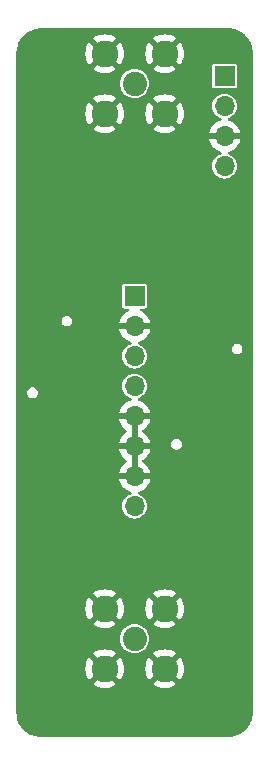
<source format=gbr>
%TF.GenerationSoftware,KiCad,Pcbnew,7.0.5*%
%TF.CreationDate,2023-06-30T17:27:13-05:00*%
%TF.ProjectId,Single.Channel.Amp,53696e67-6c65-42e4-9368-616e6e656c2e,rev?*%
%TF.SameCoordinates,Original*%
%TF.FileFunction,Copper,L2,Inr*%
%TF.FilePolarity,Positive*%
%FSLAX46Y46*%
G04 Gerber Fmt 4.6, Leading zero omitted, Abs format (unit mm)*
G04 Created by KiCad (PCBNEW 7.0.5) date 2023-06-30 17:27:13*
%MOMM*%
%LPD*%
G01*
G04 APERTURE LIST*
%TA.AperFunction,ComponentPad*%
%ADD10R,1.700000X1.700000*%
%TD*%
%TA.AperFunction,ComponentPad*%
%ADD11O,1.700000X1.700000*%
%TD*%
%TA.AperFunction,ComponentPad*%
%ADD12C,2.050000*%
%TD*%
%TA.AperFunction,ComponentPad*%
%ADD13C,2.250000*%
%TD*%
G04 APERTURE END LIST*
D10*
%TO.N,Net-(D1-A)*%
%TO.C,J3*%
X72620000Y-19370000D03*
D11*
%TO.N,GND*%
X72620000Y-21910000D03*
%TO.N,GND1*%
X72620000Y-24450000D03*
%TO.N,Net-(D2-K)*%
X72620000Y-26990000D03*
%TD*%
D12*
%TO.N,Net-(J2-Input)*%
%TO.C,J4*%
X65000000Y-67000000D03*
D13*
%TO.N,GND1*%
X62460000Y-64460000D03*
X62460000Y-69540000D03*
X67540000Y-64460000D03*
X67540000Y-69540000D03*
%TD*%
D12*
%TO.N,Net-(J2-Output)*%
%TO.C,J5*%
X65000000Y-20000000D03*
D13*
%TO.N,GND1*%
X62460000Y-17460000D03*
X62460000Y-22540000D03*
X67540000Y-17460000D03*
X67540000Y-22540000D03*
%TD*%
D10*
%TO.N,Net-(J2-Output)*%
%TO.C,J2*%
X65000000Y-38000000D03*
D11*
%TO.N,GND1*%
X65000000Y-40540000D03*
%TO.N,Net-(J2-Pin_3)*%
X65000000Y-43080000D03*
%TO.N,Net-(J2-Pin_4)*%
X65000000Y-45620000D03*
%TO.N,GND1*%
X65000000Y-48160000D03*
X65000000Y-50700000D03*
X65000000Y-53240000D03*
%TO.N,Net-(J2-Input)*%
X65000000Y-55780000D03*
%TD*%
%TA.AperFunction,Conductor*%
%TO.N,GND1*%
G36*
X65250000Y-52804498D02*
G01*
X65142315Y-52755320D01*
X65035763Y-52740000D01*
X64964237Y-52740000D01*
X64857685Y-52755320D01*
X64749999Y-52804498D01*
X64749999Y-51135501D01*
X64857685Y-51184680D01*
X64964237Y-51200000D01*
X65035763Y-51200000D01*
X65142315Y-51184680D01*
X65250000Y-51135501D01*
X65250000Y-52804498D01*
G37*
%TD.AperFunction*%
%TA.AperFunction,Conductor*%
G36*
X65250000Y-50264498D02*
G01*
X65142315Y-50215320D01*
X65035763Y-50200000D01*
X64964237Y-50200000D01*
X64857685Y-50215320D01*
X64749999Y-50264498D01*
X64749999Y-48595501D01*
X64857685Y-48644680D01*
X64964237Y-48660000D01*
X65035763Y-48660000D01*
X65142315Y-48644680D01*
X65250000Y-48595501D01*
X65250000Y-50264498D01*
G37*
%TD.AperFunction*%
%TA.AperFunction,Conductor*%
G36*
X73002019Y-15310633D02*
G01*
X73040149Y-15313131D01*
X73083793Y-15315992D01*
X73265459Y-15328985D01*
X73273102Y-15330015D01*
X73367572Y-15348806D01*
X73372190Y-15349912D01*
X73543719Y-15398061D01*
X73697413Y-15441204D01*
X73702315Y-15442802D01*
X73791762Y-15476164D01*
X73797481Y-15478634D01*
X73862544Y-15510719D01*
X73868651Y-15514176D01*
X74033108Y-15620000D01*
X74054728Y-15633912D01*
X74272782Y-15774225D01*
X74287440Y-15785274D01*
X74307332Y-15802718D01*
X74359510Y-15848476D01*
X74362463Y-15851243D01*
X74458770Y-15947550D01*
X74461531Y-15950498D01*
X74475243Y-15966135D01*
X74477144Y-15968410D01*
X74638444Y-16171187D01*
X74641459Y-16175318D01*
X74655410Y-16196197D01*
X74704958Y-16270351D01*
X74707824Y-16275085D01*
X74773806Y-16395921D01*
X74774996Y-16398213D01*
X74831352Y-16512492D01*
X74833839Y-16518251D01*
X74882881Y-16649737D01*
X74883500Y-16651475D01*
X74923597Y-16769597D01*
X74925472Y-16776353D01*
X74956848Y-16920589D01*
X74979980Y-17036880D01*
X74981015Y-17044560D01*
X74994021Y-17226413D01*
X74999367Y-17307966D01*
X74999500Y-17312023D01*
X74999500Y-73307976D01*
X74999367Y-73312033D01*
X74994022Y-73393558D01*
X74986015Y-73505514D01*
X74985608Y-73509442D01*
X74966386Y-73650854D01*
X74965760Y-73654599D01*
X74956842Y-73699440D01*
X74925471Y-73843647D01*
X74923596Y-73850403D01*
X74883496Y-73968531D01*
X74882879Y-73970265D01*
X74872626Y-73997758D01*
X74871277Y-74001080D01*
X74771176Y-74228425D01*
X74768848Y-74233157D01*
X74707824Y-74344914D01*
X74704958Y-74349648D01*
X74633467Y-74456641D01*
X74631549Y-74459351D01*
X74549744Y-74568631D01*
X74546723Y-74572357D01*
X74461529Y-74669502D01*
X74458755Y-74672464D01*
X74362464Y-74768755D01*
X74359502Y-74771529D01*
X74262357Y-74856723D01*
X74258631Y-74859744D01*
X74149351Y-74941549D01*
X74146641Y-74943467D01*
X74039649Y-75014957D01*
X74034914Y-75017823D01*
X73914075Y-75083806D01*
X73911790Y-75084993D01*
X73904596Y-75088541D01*
X73902019Y-75089740D01*
X73702563Y-75177002D01*
X73699377Y-75178292D01*
X73660275Y-75192876D01*
X73658538Y-75193494D01*
X73540402Y-75233596D01*
X73533647Y-75235471D01*
X73462130Y-75251029D01*
X73455117Y-75252554D01*
X73451369Y-75253250D01*
X73156664Y-75298589D01*
X73151657Y-75299152D01*
X73083568Y-75304022D01*
X73077972Y-75304389D01*
X73070672Y-75304867D01*
X73066636Y-75305000D01*
X56947817Y-75305000D01*
X56942201Y-75304745D01*
X56685599Y-75281417D01*
X56679129Y-75280482D01*
X56638251Y-75272351D01*
X56610617Y-75266854D01*
X56466352Y-75235471D01*
X56459597Y-75233596D01*
X56341465Y-75193496D01*
X56339728Y-75192877D01*
X56210480Y-75144670D01*
X56205300Y-75142466D01*
X56184183Y-75132323D01*
X56088201Y-75084990D01*
X56085909Y-75083800D01*
X56035990Y-75056542D01*
X55965081Y-75017823D01*
X55960357Y-75014962D01*
X55853348Y-74943461D01*
X55850639Y-74941543D01*
X55810592Y-74911564D01*
X55741353Y-74859732D01*
X55737648Y-74856729D01*
X55640680Y-74771690D01*
X55636671Y-74767843D01*
X55487338Y-74611116D01*
X55485610Y-74609226D01*
X55453281Y-74572362D01*
X55450260Y-74568637D01*
X55368449Y-74459351D01*
X55366531Y-74456640D01*
X55295037Y-74349641D01*
X55292170Y-74344907D01*
X55226173Y-74224042D01*
X55225024Y-74221830D01*
X55168635Y-74107483D01*
X55166160Y-74101750D01*
X55117093Y-73970198D01*
X55116540Y-73968646D01*
X55076394Y-73850378D01*
X55074529Y-73843659D01*
X55067509Y-73811387D01*
X55067137Y-73809545D01*
X55016592Y-73536600D01*
X55015715Y-73529742D01*
X55005991Y-73393778D01*
X55000632Y-73312019D01*
X55000499Y-73307993D01*
X55000499Y-69540000D01*
X60829975Y-69540000D01*
X60850042Y-69794989D01*
X60909752Y-70043702D01*
X61007634Y-70280012D01*
X61007636Y-70280015D01*
X61141275Y-70498095D01*
X61141286Y-70498110D01*
X61144533Y-70501911D01*
X61144535Y-70501911D01*
X61708766Y-69937679D01*
X61752316Y-70019822D01*
X61872009Y-70160735D01*
X62019195Y-70272623D01*
X62061402Y-70292150D01*
X61498087Y-70855464D01*
X61498087Y-70855465D01*
X61501888Y-70858712D01*
X61501898Y-70858719D01*
X61719984Y-70992363D01*
X61719987Y-70992365D01*
X61956297Y-71090247D01*
X62205011Y-71149957D01*
X62205010Y-71149957D01*
X62460000Y-71170024D01*
X62714989Y-71149957D01*
X62963702Y-71090247D01*
X63200012Y-70992365D01*
X63200015Y-70992363D01*
X63418103Y-70858719D01*
X63421912Y-70855464D01*
X62858609Y-70292161D01*
X62977431Y-70220669D01*
X63111658Y-70093523D01*
X63214861Y-69941309D01*
X63775464Y-70501912D01*
X63778719Y-70498103D01*
X63912363Y-70280015D01*
X63912365Y-70280012D01*
X64010247Y-70043702D01*
X64069957Y-69794989D01*
X64090024Y-69540000D01*
X65909975Y-69540000D01*
X65930042Y-69794989D01*
X65989752Y-70043702D01*
X66087634Y-70280012D01*
X66087636Y-70280015D01*
X66221275Y-70498095D01*
X66221286Y-70498110D01*
X66224533Y-70501911D01*
X66224535Y-70501911D01*
X66788766Y-69937679D01*
X66832316Y-70019822D01*
X66952009Y-70160735D01*
X67099195Y-70272623D01*
X67141402Y-70292150D01*
X66578087Y-70855464D01*
X66578087Y-70855465D01*
X66581888Y-70858712D01*
X66581898Y-70858719D01*
X66799984Y-70992363D01*
X66799987Y-70992365D01*
X67036297Y-71090247D01*
X67285011Y-71149957D01*
X67285010Y-71149957D01*
X67540000Y-71170024D01*
X67794989Y-71149957D01*
X68043702Y-71090247D01*
X68280012Y-70992365D01*
X68280015Y-70992363D01*
X68498103Y-70858719D01*
X68501912Y-70855464D01*
X67938609Y-70292161D01*
X68057431Y-70220669D01*
X68191658Y-70093523D01*
X68294861Y-69941309D01*
X68855464Y-70501912D01*
X68858719Y-70498103D01*
X68992363Y-70280015D01*
X68992365Y-70280012D01*
X69090247Y-70043702D01*
X69149957Y-69794989D01*
X69170024Y-69540000D01*
X69149957Y-69285010D01*
X69090247Y-69036297D01*
X68992365Y-68799987D01*
X68992363Y-68799984D01*
X68858719Y-68581898D01*
X68858712Y-68581888D01*
X68855465Y-68578087D01*
X68855464Y-68578087D01*
X68291232Y-69142319D01*
X68247684Y-69060178D01*
X68127991Y-68919265D01*
X67980805Y-68807377D01*
X67938597Y-68787849D01*
X68501911Y-68224535D01*
X68501911Y-68224533D01*
X68498110Y-68221286D01*
X68498095Y-68221275D01*
X68280015Y-68087636D01*
X68280012Y-68087634D01*
X68043702Y-67989752D01*
X67794988Y-67930042D01*
X67794989Y-67930042D01*
X67540000Y-67909975D01*
X67285010Y-67930042D01*
X67036297Y-67989752D01*
X66799987Y-68087634D01*
X66799984Y-68087636D01*
X66581897Y-68221280D01*
X66578087Y-68224534D01*
X67141390Y-68787837D01*
X67022569Y-68859331D01*
X66888342Y-68986477D01*
X66785138Y-69138691D01*
X66224534Y-68578087D01*
X66221280Y-68581897D01*
X66087636Y-68799984D01*
X66087634Y-68799987D01*
X65989752Y-69036297D01*
X65930042Y-69285010D01*
X65909975Y-69540000D01*
X64090024Y-69540000D01*
X64069957Y-69285010D01*
X64010247Y-69036297D01*
X63912365Y-68799987D01*
X63912363Y-68799984D01*
X63778719Y-68581898D01*
X63778712Y-68581888D01*
X63775465Y-68578087D01*
X63775464Y-68578087D01*
X63211232Y-69142319D01*
X63167684Y-69060178D01*
X63047991Y-68919265D01*
X62900805Y-68807377D01*
X62858596Y-68787849D01*
X63421911Y-68224535D01*
X63421911Y-68224533D01*
X63418110Y-68221286D01*
X63418095Y-68221275D01*
X63200015Y-68087636D01*
X63200012Y-68087634D01*
X62963702Y-67989752D01*
X62714988Y-67930042D01*
X62714989Y-67930042D01*
X62460000Y-67909975D01*
X62205010Y-67930042D01*
X61956297Y-67989752D01*
X61719987Y-68087634D01*
X61719984Y-68087636D01*
X61501897Y-68221280D01*
X61498087Y-68224534D01*
X62061390Y-68787838D01*
X61942569Y-68859331D01*
X61808342Y-68986477D01*
X61705138Y-69138691D01*
X61144533Y-68578087D01*
X61141280Y-68581897D01*
X61007636Y-68799984D01*
X61007634Y-68799987D01*
X60909752Y-69036297D01*
X60850042Y-69285010D01*
X60829975Y-69540000D01*
X55000499Y-69540000D01*
X55000499Y-67000001D01*
X63769819Y-67000001D01*
X63788507Y-67213613D01*
X63788509Y-67213624D01*
X63844005Y-67420739D01*
X63844007Y-67420743D01*
X63844008Y-67420747D01*
X63889320Y-67517918D01*
X63934631Y-67615090D01*
X63934632Y-67615091D01*
X64057627Y-67790745D01*
X64209255Y-67942373D01*
X64384909Y-68065368D01*
X64579253Y-68155992D01*
X64786381Y-68211492D01*
X64935442Y-68224533D01*
X64999998Y-68230181D01*
X65000000Y-68230181D01*
X65000002Y-68230181D01*
X65053404Y-68225508D01*
X65213619Y-68211492D01*
X65420747Y-68155992D01*
X65615091Y-68065368D01*
X65790745Y-67942373D01*
X65942373Y-67790745D01*
X66065368Y-67615091D01*
X66155992Y-67420747D01*
X66211492Y-67213619D01*
X66230181Y-67000000D01*
X66211492Y-66786381D01*
X66155992Y-66579253D01*
X66065368Y-66384910D01*
X65942373Y-66209255D01*
X65790745Y-66057627D01*
X65615091Y-65934632D01*
X65615092Y-65934632D01*
X65615090Y-65934631D01*
X65517918Y-65889320D01*
X65420747Y-65844008D01*
X65420743Y-65844007D01*
X65420739Y-65844005D01*
X65213624Y-65788509D01*
X65213620Y-65788508D01*
X65213619Y-65788508D01*
X65213618Y-65788507D01*
X65213613Y-65788507D01*
X65000002Y-65769819D01*
X64999998Y-65769819D01*
X64786386Y-65788507D01*
X64786375Y-65788509D01*
X64579260Y-65844005D01*
X64579251Y-65844009D01*
X64384910Y-65934631D01*
X64384908Y-65934632D01*
X64209259Y-66057623D01*
X64209253Y-66057628D01*
X64057628Y-66209253D01*
X64057623Y-66209259D01*
X63934632Y-66384908D01*
X63934631Y-66384910D01*
X63844009Y-66579251D01*
X63844005Y-66579260D01*
X63788509Y-66786375D01*
X63788507Y-66786386D01*
X63769819Y-66999998D01*
X63769819Y-67000001D01*
X55000499Y-67000001D01*
X55000499Y-64460000D01*
X60829975Y-64460000D01*
X60850042Y-64714989D01*
X60909752Y-64963702D01*
X61007634Y-65200012D01*
X61007636Y-65200015D01*
X61141275Y-65418095D01*
X61141286Y-65418110D01*
X61144533Y-65421911D01*
X61144535Y-65421911D01*
X61708766Y-64857679D01*
X61752316Y-64939822D01*
X61872009Y-65080735D01*
X62019195Y-65192623D01*
X62061402Y-65212150D01*
X61498087Y-65775464D01*
X61498087Y-65775465D01*
X61501888Y-65778712D01*
X61501898Y-65778719D01*
X61719984Y-65912363D01*
X61719987Y-65912365D01*
X61956297Y-66010247D01*
X62205011Y-66069957D01*
X62205010Y-66069957D01*
X62459999Y-66090024D01*
X62714989Y-66069957D01*
X62963702Y-66010247D01*
X63200012Y-65912365D01*
X63200015Y-65912363D01*
X63418103Y-65778719D01*
X63421912Y-65775464D01*
X62858609Y-65212161D01*
X62977431Y-65140669D01*
X63111658Y-65013523D01*
X63214861Y-64861309D01*
X63775464Y-65421912D01*
X63778719Y-65418103D01*
X63912363Y-65200015D01*
X63912365Y-65200012D01*
X64010247Y-64963702D01*
X64069957Y-64714989D01*
X64090024Y-64460000D01*
X65909975Y-64460000D01*
X65930042Y-64714989D01*
X65989752Y-64963702D01*
X66087634Y-65200012D01*
X66087636Y-65200015D01*
X66221275Y-65418095D01*
X66221286Y-65418110D01*
X66224533Y-65421911D01*
X66224535Y-65421911D01*
X66788766Y-64857679D01*
X66832316Y-64939822D01*
X66952009Y-65080735D01*
X67099195Y-65192623D01*
X67141402Y-65212150D01*
X66578087Y-65775464D01*
X66578087Y-65775465D01*
X66581888Y-65778712D01*
X66581898Y-65778719D01*
X66799984Y-65912363D01*
X66799987Y-65912365D01*
X67036297Y-66010247D01*
X67285011Y-66069957D01*
X67285010Y-66069957D01*
X67539999Y-66090024D01*
X67794989Y-66069957D01*
X68043702Y-66010247D01*
X68280012Y-65912365D01*
X68280015Y-65912363D01*
X68498103Y-65778719D01*
X68501912Y-65775464D01*
X67938609Y-65212161D01*
X68057431Y-65140669D01*
X68191658Y-65013523D01*
X68294861Y-64861308D01*
X68855464Y-65421912D01*
X68858719Y-65418103D01*
X68992363Y-65200015D01*
X68992365Y-65200012D01*
X69090247Y-64963702D01*
X69149957Y-64714989D01*
X69170024Y-64460000D01*
X69149957Y-64205010D01*
X69090247Y-63956297D01*
X68992365Y-63719987D01*
X68992363Y-63719984D01*
X68858719Y-63501898D01*
X68858712Y-63501888D01*
X68855465Y-63498087D01*
X68855464Y-63498087D01*
X68291232Y-64062319D01*
X68247684Y-63980178D01*
X68127991Y-63839265D01*
X67980805Y-63727377D01*
X67938597Y-63707849D01*
X68501911Y-63144535D01*
X68501911Y-63144533D01*
X68498110Y-63141286D01*
X68498095Y-63141275D01*
X68280015Y-63007636D01*
X68280012Y-63007634D01*
X68043702Y-62909752D01*
X67794988Y-62850042D01*
X67794989Y-62850042D01*
X67539999Y-62829975D01*
X67285010Y-62850042D01*
X67036297Y-62909752D01*
X66799987Y-63007634D01*
X66799984Y-63007636D01*
X66581897Y-63141280D01*
X66578087Y-63144534D01*
X67141390Y-63707837D01*
X67022569Y-63779331D01*
X66888342Y-63906477D01*
X66785139Y-64058690D01*
X66224534Y-63498087D01*
X66221280Y-63501897D01*
X66087636Y-63719984D01*
X66087634Y-63719987D01*
X65989752Y-63956297D01*
X65930042Y-64205010D01*
X65909975Y-64460000D01*
X64090024Y-64460000D01*
X64069957Y-64205010D01*
X64010247Y-63956297D01*
X63912365Y-63719987D01*
X63912363Y-63719984D01*
X63778719Y-63501898D01*
X63778712Y-63501888D01*
X63775465Y-63498087D01*
X63775464Y-63498087D01*
X63211232Y-64062318D01*
X63167684Y-63980178D01*
X63047991Y-63839265D01*
X62900805Y-63727377D01*
X62858597Y-63707849D01*
X63421911Y-63144535D01*
X63421911Y-63144533D01*
X63418110Y-63141286D01*
X63418095Y-63141275D01*
X63200015Y-63007636D01*
X63200012Y-63007634D01*
X62963702Y-62909752D01*
X62714988Y-62850042D01*
X62714989Y-62850042D01*
X62459999Y-62829975D01*
X62205010Y-62850042D01*
X61956297Y-62909752D01*
X61719987Y-63007634D01*
X61719984Y-63007636D01*
X61501897Y-63141280D01*
X61498087Y-63144534D01*
X62061390Y-63707837D01*
X61942569Y-63779331D01*
X61808342Y-63906477D01*
X61705138Y-64058691D01*
X61144534Y-63498087D01*
X61141280Y-63501897D01*
X61007636Y-63719984D01*
X61007634Y-63719987D01*
X60909752Y-63956297D01*
X60850042Y-64205010D01*
X60829975Y-64460000D01*
X55000499Y-64460000D01*
X55000499Y-53490000D01*
X63669364Y-53490000D01*
X63726567Y-53703486D01*
X63726570Y-53703492D01*
X63826399Y-53917578D01*
X63961894Y-54111082D01*
X64128917Y-54278105D01*
X64322421Y-54413600D01*
X64536507Y-54513429D01*
X64536516Y-54513433D01*
X64658649Y-54546158D01*
X64718310Y-54582523D01*
X64748839Y-54645369D01*
X64740545Y-54714745D01*
X64696059Y-54768623D01*
X64662552Y-54784593D01*
X64596046Y-54804767D01*
X64465358Y-54874622D01*
X64413550Y-54902315D01*
X64413548Y-54902316D01*
X64413547Y-54902317D01*
X64253589Y-55033589D01*
X64122317Y-55193547D01*
X64024769Y-55376043D01*
X63964699Y-55574067D01*
X63944417Y-55779999D01*
X63964699Y-55985932D01*
X63964700Y-55985934D01*
X64024768Y-56183954D01*
X64122315Y-56366450D01*
X64122317Y-56366452D01*
X64253589Y-56526410D01*
X64350209Y-56605702D01*
X64413550Y-56657685D01*
X64596046Y-56755232D01*
X64794066Y-56815300D01*
X64794065Y-56815300D01*
X64812529Y-56817118D01*
X65000000Y-56835583D01*
X65205934Y-56815300D01*
X65403954Y-56755232D01*
X65586450Y-56657685D01*
X65746410Y-56526410D01*
X65877685Y-56366450D01*
X65975232Y-56183954D01*
X66035300Y-55985934D01*
X66055583Y-55780000D01*
X66035300Y-55574066D01*
X65975232Y-55376046D01*
X65877685Y-55193550D01*
X65825702Y-55130209D01*
X65746410Y-55033589D01*
X65586452Y-54902317D01*
X65586453Y-54902317D01*
X65586450Y-54902315D01*
X65403954Y-54804768D01*
X65337447Y-54784593D01*
X65279009Y-54746296D01*
X65250553Y-54682484D01*
X65261113Y-54613417D01*
X65307337Y-54561023D01*
X65341350Y-54546158D01*
X65463483Y-54513433D01*
X65463492Y-54513429D01*
X65677578Y-54413600D01*
X65871082Y-54278105D01*
X66038105Y-54111082D01*
X66173600Y-53917578D01*
X66273429Y-53703492D01*
X66273432Y-53703486D01*
X66330636Y-53490000D01*
X65433686Y-53490000D01*
X65459493Y-53449844D01*
X65500000Y-53311889D01*
X65500000Y-53168111D01*
X65459493Y-53030156D01*
X65433686Y-52990000D01*
X66330636Y-52990000D01*
X66330635Y-52989999D01*
X66273432Y-52776513D01*
X66273429Y-52776507D01*
X66173600Y-52562422D01*
X66173599Y-52562420D01*
X66038113Y-52368926D01*
X66038108Y-52368920D01*
X65871082Y-52201894D01*
X65684968Y-52071575D01*
X65641344Y-52016998D01*
X65634151Y-51947499D01*
X65665673Y-51885145D01*
X65684968Y-51868425D01*
X65871082Y-51738105D01*
X66038105Y-51571082D01*
X66173600Y-51377578D01*
X66273429Y-51163492D01*
X66273432Y-51163486D01*
X66330636Y-50950000D01*
X65433686Y-50950000D01*
X65459493Y-50909844D01*
X65500000Y-50771889D01*
X65500000Y-50628111D01*
X65475597Y-50545000D01*
X68099867Y-50545000D01*
X68118302Y-50673225D01*
X68163361Y-50771889D01*
X68172118Y-50791063D01*
X68256951Y-50888967D01*
X68365931Y-50959004D01*
X68490225Y-50995499D01*
X68490227Y-50995500D01*
X68490228Y-50995500D01*
X68619773Y-50995500D01*
X68619773Y-50995499D01*
X68744069Y-50959004D01*
X68853049Y-50888967D01*
X68937882Y-50791063D01*
X68991697Y-50673226D01*
X69010133Y-50545000D01*
X68991697Y-50416774D01*
X68937882Y-50298937D01*
X68853049Y-50201033D01*
X68744069Y-50130996D01*
X68744065Y-50130994D01*
X68744064Y-50130994D01*
X68619774Y-50094500D01*
X68619772Y-50094500D01*
X68490228Y-50094500D01*
X68490226Y-50094500D01*
X68365935Y-50130994D01*
X68365932Y-50130995D01*
X68365931Y-50130996D01*
X68314677Y-50163934D01*
X68256950Y-50201033D01*
X68172118Y-50298937D01*
X68172117Y-50298938D01*
X68118302Y-50416774D01*
X68099867Y-50545000D01*
X65475597Y-50545000D01*
X65459493Y-50490156D01*
X65433686Y-50450000D01*
X66330636Y-50450000D01*
X66330635Y-50449999D01*
X66273432Y-50236513D01*
X66273429Y-50236507D01*
X66173600Y-50022422D01*
X66173599Y-50022420D01*
X66038113Y-49828926D01*
X66038108Y-49828920D01*
X65871082Y-49661894D01*
X65684968Y-49531575D01*
X65641344Y-49476998D01*
X65634151Y-49407499D01*
X65665673Y-49345145D01*
X65684968Y-49328425D01*
X65871082Y-49198105D01*
X66038105Y-49031082D01*
X66173600Y-48837578D01*
X66273429Y-48623492D01*
X66273432Y-48623486D01*
X66330636Y-48410000D01*
X65433686Y-48410000D01*
X65459493Y-48369844D01*
X65500000Y-48231889D01*
X65500000Y-48088111D01*
X65459493Y-47950156D01*
X65433686Y-47910000D01*
X66330636Y-47910000D01*
X66330635Y-47909999D01*
X66273432Y-47696513D01*
X66273429Y-47696507D01*
X66173600Y-47482422D01*
X66173599Y-47482420D01*
X66038113Y-47288926D01*
X66038108Y-47288920D01*
X65871082Y-47121894D01*
X65677578Y-46986399D01*
X65463492Y-46886570D01*
X65463486Y-46886567D01*
X65341349Y-46853841D01*
X65281689Y-46817476D01*
X65251160Y-46754629D01*
X65259455Y-46685253D01*
X65303940Y-46631375D01*
X65337444Y-46615407D01*
X65403954Y-46595232D01*
X65586450Y-46497685D01*
X65746410Y-46366410D01*
X65877685Y-46206450D01*
X65975232Y-46023954D01*
X66035300Y-45825934D01*
X66055583Y-45620000D01*
X66035300Y-45414066D01*
X65975232Y-45216046D01*
X65877685Y-45033550D01*
X65825702Y-44970209D01*
X65746410Y-44873589D01*
X65586452Y-44742317D01*
X65586453Y-44742317D01*
X65586450Y-44742315D01*
X65403954Y-44644768D01*
X65205934Y-44584700D01*
X65205932Y-44584699D01*
X65205934Y-44584699D01*
X65000000Y-44564417D01*
X64794067Y-44584699D01*
X64596043Y-44644769D01*
X64485898Y-44703643D01*
X64413550Y-44742315D01*
X64413548Y-44742316D01*
X64413547Y-44742317D01*
X64253589Y-44873589D01*
X64122317Y-45033547D01*
X64024769Y-45216043D01*
X63964699Y-45414067D01*
X63944417Y-45620000D01*
X63964699Y-45825932D01*
X63964700Y-45825934D01*
X64024768Y-46023954D01*
X64122315Y-46206450D01*
X64122317Y-46206452D01*
X64253589Y-46366410D01*
X64332368Y-46431061D01*
X64413550Y-46497685D01*
X64596046Y-46595232D01*
X64662551Y-46615405D01*
X64720989Y-46653702D01*
X64749446Y-46717514D01*
X64738887Y-46786581D01*
X64692663Y-46838975D01*
X64658650Y-46853841D01*
X64536514Y-46886567D01*
X64536507Y-46886570D01*
X64322422Y-46986399D01*
X64322420Y-46986400D01*
X64128926Y-47121886D01*
X64128920Y-47121891D01*
X63961891Y-47288920D01*
X63961886Y-47288926D01*
X63826400Y-47482420D01*
X63826399Y-47482422D01*
X63726570Y-47696507D01*
X63726567Y-47696513D01*
X63669364Y-47909999D01*
X63669364Y-47910000D01*
X64566314Y-47910000D01*
X64540507Y-47950156D01*
X64500000Y-48088111D01*
X64500000Y-48231889D01*
X64540507Y-48369844D01*
X64566314Y-48410000D01*
X63669364Y-48410000D01*
X63726567Y-48623486D01*
X63726570Y-48623492D01*
X63826399Y-48837578D01*
X63961894Y-49031082D01*
X64128917Y-49198105D01*
X64315031Y-49328425D01*
X64358656Y-49383003D01*
X64365848Y-49452501D01*
X64334326Y-49514856D01*
X64315031Y-49531575D01*
X64128922Y-49661890D01*
X64128920Y-49661891D01*
X63961891Y-49828920D01*
X63961886Y-49828926D01*
X63826400Y-50022420D01*
X63826399Y-50022422D01*
X63726570Y-50236507D01*
X63726567Y-50236513D01*
X63669364Y-50449999D01*
X63669364Y-50450000D01*
X64566314Y-50450000D01*
X64540507Y-50490156D01*
X64500000Y-50628111D01*
X64500000Y-50771889D01*
X64540507Y-50909844D01*
X64566314Y-50950000D01*
X63669364Y-50950000D01*
X63726567Y-51163486D01*
X63726570Y-51163492D01*
X63826399Y-51377578D01*
X63961894Y-51571082D01*
X64128917Y-51738105D01*
X64315031Y-51868425D01*
X64358656Y-51923003D01*
X64365848Y-51992501D01*
X64334326Y-52054856D01*
X64315031Y-52071575D01*
X64128922Y-52201890D01*
X64128920Y-52201891D01*
X63961891Y-52368920D01*
X63961886Y-52368926D01*
X63826400Y-52562420D01*
X63826399Y-52562422D01*
X63726570Y-52776507D01*
X63726567Y-52776513D01*
X63669364Y-52989999D01*
X63669364Y-52990000D01*
X64566314Y-52990000D01*
X64540507Y-53030156D01*
X64500000Y-53168111D01*
X64500000Y-53311889D01*
X64540507Y-53449844D01*
X64566314Y-53490000D01*
X63669364Y-53490000D01*
X55000499Y-53490000D01*
X55000499Y-46184999D01*
X55892367Y-46184999D01*
X55910802Y-46313225D01*
X55964617Y-46431061D01*
X55964618Y-46431063D01*
X56049451Y-46528967D01*
X56158431Y-46599004D01*
X56282725Y-46635499D01*
X56282727Y-46635500D01*
X56282728Y-46635500D01*
X56412273Y-46635500D01*
X56412273Y-46635499D01*
X56536569Y-46599004D01*
X56645549Y-46528967D01*
X56730382Y-46431063D01*
X56784197Y-46313226D01*
X56802633Y-46185000D01*
X56784197Y-46056774D01*
X56730382Y-45938937D01*
X56645549Y-45841033D01*
X56536569Y-45770996D01*
X56536565Y-45770994D01*
X56536564Y-45770994D01*
X56412274Y-45734500D01*
X56412272Y-45734500D01*
X56282728Y-45734500D01*
X56282726Y-45734500D01*
X56158435Y-45770994D01*
X56158432Y-45770995D01*
X56158431Y-45770996D01*
X56107177Y-45803934D01*
X56049450Y-45841033D01*
X55964618Y-45938937D01*
X55964617Y-45938938D01*
X55910802Y-46056774D01*
X55892367Y-46184999D01*
X55000499Y-46184999D01*
X55000499Y-40790000D01*
X63669364Y-40790000D01*
X63726567Y-41003486D01*
X63726570Y-41003492D01*
X63826399Y-41217578D01*
X63961894Y-41411082D01*
X64128917Y-41578105D01*
X64322421Y-41713600D01*
X64536507Y-41813429D01*
X64536516Y-41813433D01*
X64658649Y-41846158D01*
X64718310Y-41882523D01*
X64748839Y-41945369D01*
X64740545Y-42014745D01*
X64696059Y-42068623D01*
X64662552Y-42084593D01*
X64596046Y-42104767D01*
X64465358Y-42174622D01*
X64413550Y-42202315D01*
X64413548Y-42202316D01*
X64413547Y-42202317D01*
X64253589Y-42333589D01*
X64122317Y-42493547D01*
X64024769Y-42676043D01*
X63964699Y-42874067D01*
X63944417Y-43079999D01*
X63964699Y-43285932D01*
X63964700Y-43285934D01*
X64024768Y-43483954D01*
X64122315Y-43666450D01*
X64122317Y-43666452D01*
X64253589Y-43826410D01*
X64350209Y-43905702D01*
X64413550Y-43957685D01*
X64596046Y-44055232D01*
X64794066Y-44115300D01*
X64794065Y-44115300D01*
X64812529Y-44117118D01*
X65000000Y-44135583D01*
X65205934Y-44115300D01*
X65403954Y-44055232D01*
X65586450Y-43957685D01*
X65746410Y-43826410D01*
X65877685Y-43666450D01*
X65975232Y-43483954D01*
X66035300Y-43285934D01*
X66055583Y-43080000D01*
X66035300Y-42874066D01*
X65975232Y-42676046D01*
X65877685Y-42493550D01*
X65854254Y-42465000D01*
X73222367Y-42465000D01*
X73240802Y-42593225D01*
X73278626Y-42676046D01*
X73294618Y-42711063D01*
X73379451Y-42808967D01*
X73488431Y-42879004D01*
X73612725Y-42915499D01*
X73612727Y-42915500D01*
X73612728Y-42915500D01*
X73742273Y-42915500D01*
X73742273Y-42915499D01*
X73866569Y-42879004D01*
X73975549Y-42808967D01*
X74060382Y-42711063D01*
X74114197Y-42593226D01*
X74132633Y-42465000D01*
X74114197Y-42336774D01*
X74060382Y-42218937D01*
X73975549Y-42121033D01*
X73866569Y-42050996D01*
X73866565Y-42050994D01*
X73866564Y-42050994D01*
X73742274Y-42014500D01*
X73742272Y-42014500D01*
X73612728Y-42014500D01*
X73612726Y-42014500D01*
X73488435Y-42050994D01*
X73488432Y-42050995D01*
X73488431Y-42050996D01*
X73461003Y-42068623D01*
X73379450Y-42121033D01*
X73294618Y-42218937D01*
X73294617Y-42218938D01*
X73240802Y-42336774D01*
X73222367Y-42465000D01*
X65854254Y-42465000D01*
X65825702Y-42430209D01*
X65746410Y-42333589D01*
X65586452Y-42202317D01*
X65586453Y-42202317D01*
X65586450Y-42202315D01*
X65403954Y-42104768D01*
X65337447Y-42084593D01*
X65279009Y-42046296D01*
X65250553Y-41982484D01*
X65261113Y-41913417D01*
X65307337Y-41861023D01*
X65341350Y-41846158D01*
X65463483Y-41813433D01*
X65463492Y-41813429D01*
X65677578Y-41713600D01*
X65871082Y-41578105D01*
X66038105Y-41411082D01*
X66173600Y-41217578D01*
X66273429Y-41003492D01*
X66273432Y-41003486D01*
X66330636Y-40790000D01*
X65433686Y-40790000D01*
X65459493Y-40749844D01*
X65500000Y-40611889D01*
X65500000Y-40468111D01*
X65459493Y-40330156D01*
X65433686Y-40290000D01*
X66330636Y-40290000D01*
X66330635Y-40289999D01*
X66273432Y-40076513D01*
X66273429Y-40076507D01*
X66173600Y-39862422D01*
X66173599Y-39862420D01*
X66038113Y-39668926D01*
X66038108Y-39668920D01*
X65871082Y-39501894D01*
X65677578Y-39366399D01*
X65507052Y-39286882D01*
X65454613Y-39240710D01*
X65435461Y-39173516D01*
X65455677Y-39106635D01*
X65508842Y-39061300D01*
X65559457Y-39050500D01*
X65869750Y-39050500D01*
X65869751Y-39050499D01*
X65884568Y-39047552D01*
X65928229Y-39038868D01*
X65928229Y-39038867D01*
X65928231Y-39038867D01*
X65994552Y-38994552D01*
X66038867Y-38928231D01*
X66038867Y-38928229D01*
X66038868Y-38928229D01*
X66050499Y-38869752D01*
X66050500Y-38869750D01*
X66050500Y-37130249D01*
X66050499Y-37130247D01*
X66038868Y-37071770D01*
X66038867Y-37071769D01*
X65994552Y-37005447D01*
X65928230Y-36961132D01*
X65928229Y-36961131D01*
X65869752Y-36949500D01*
X65869748Y-36949500D01*
X64130252Y-36949500D01*
X64130247Y-36949500D01*
X64071770Y-36961131D01*
X64071769Y-36961132D01*
X64005447Y-37005447D01*
X63961132Y-37071769D01*
X63961131Y-37071770D01*
X63949500Y-37130247D01*
X63949500Y-38869752D01*
X63961131Y-38928229D01*
X63961132Y-38928230D01*
X64005447Y-38994552D01*
X64071769Y-39038867D01*
X64071770Y-39038868D01*
X64130247Y-39050499D01*
X64130250Y-39050500D01*
X64440543Y-39050500D01*
X64507582Y-39070185D01*
X64553337Y-39122989D01*
X64563281Y-39192147D01*
X64534256Y-39255703D01*
X64492948Y-39286882D01*
X64322422Y-39366399D01*
X64322420Y-39366400D01*
X64128926Y-39501886D01*
X64128920Y-39501891D01*
X63961891Y-39668920D01*
X63961886Y-39668926D01*
X63826400Y-39862420D01*
X63826399Y-39862422D01*
X63726570Y-40076507D01*
X63726567Y-40076513D01*
X63669364Y-40289999D01*
X63669364Y-40290000D01*
X64566314Y-40290000D01*
X64540507Y-40330156D01*
X64500000Y-40468111D01*
X64500000Y-40611889D01*
X64540507Y-40749844D01*
X64566314Y-40790000D01*
X63669364Y-40790000D01*
X55000499Y-40790000D01*
X55000499Y-40110000D01*
X58819867Y-40110000D01*
X58838302Y-40238225D01*
X58892117Y-40356061D01*
X58892118Y-40356063D01*
X58976951Y-40453967D01*
X59085931Y-40524004D01*
X59210225Y-40560499D01*
X59210227Y-40560500D01*
X59210228Y-40560500D01*
X59339773Y-40560500D01*
X59339773Y-40560499D01*
X59464069Y-40524004D01*
X59573049Y-40453967D01*
X59657882Y-40356063D01*
X59711697Y-40238226D01*
X59730133Y-40110000D01*
X59711697Y-39981774D01*
X59657882Y-39863937D01*
X59573049Y-39766033D01*
X59464069Y-39695996D01*
X59464065Y-39695994D01*
X59464064Y-39695994D01*
X59339774Y-39659500D01*
X59339772Y-39659500D01*
X59210228Y-39659500D01*
X59210226Y-39659500D01*
X59085935Y-39695994D01*
X59085932Y-39695995D01*
X59085931Y-39695996D01*
X59034677Y-39728934D01*
X58976950Y-39766033D01*
X58892118Y-39863937D01*
X58892117Y-39863938D01*
X58838302Y-39981774D01*
X58819867Y-40110000D01*
X55000499Y-40110000D01*
X55000499Y-24700000D01*
X71289364Y-24700000D01*
X71346567Y-24913486D01*
X71346570Y-24913492D01*
X71446399Y-25127578D01*
X71581894Y-25321082D01*
X71748917Y-25488105D01*
X71942421Y-25623600D01*
X72156507Y-25723429D01*
X72156516Y-25723433D01*
X72278649Y-25756158D01*
X72338310Y-25792523D01*
X72368839Y-25855369D01*
X72360545Y-25924745D01*
X72316059Y-25978623D01*
X72282552Y-25994593D01*
X72216046Y-26014767D01*
X72085358Y-26084622D01*
X72033550Y-26112315D01*
X72033548Y-26112316D01*
X72033547Y-26112317D01*
X71873589Y-26243589D01*
X71742317Y-26403547D01*
X71644769Y-26586043D01*
X71584699Y-26784067D01*
X71564417Y-26990000D01*
X71584699Y-27195932D01*
X71584700Y-27195934D01*
X71644768Y-27393954D01*
X71742315Y-27576450D01*
X71742317Y-27576452D01*
X71873589Y-27736410D01*
X71970209Y-27815702D01*
X72033550Y-27867685D01*
X72216046Y-27965232D01*
X72414066Y-28025300D01*
X72414065Y-28025300D01*
X72432529Y-28027118D01*
X72620000Y-28045583D01*
X72825934Y-28025300D01*
X73023954Y-27965232D01*
X73206450Y-27867685D01*
X73366410Y-27736410D01*
X73497685Y-27576450D01*
X73595232Y-27393954D01*
X73655300Y-27195934D01*
X73675583Y-26990000D01*
X73655300Y-26784066D01*
X73595232Y-26586046D01*
X73497685Y-26403550D01*
X73445702Y-26340209D01*
X73366410Y-26243589D01*
X73206452Y-26112317D01*
X73206453Y-26112317D01*
X73206450Y-26112315D01*
X73023954Y-26014768D01*
X72957447Y-25994593D01*
X72899009Y-25956296D01*
X72870553Y-25892484D01*
X72881113Y-25823417D01*
X72927337Y-25771023D01*
X72961350Y-25756158D01*
X73083483Y-25723433D01*
X73083492Y-25723429D01*
X73297578Y-25623600D01*
X73491082Y-25488105D01*
X73658105Y-25321082D01*
X73793600Y-25127578D01*
X73893429Y-24913492D01*
X73893432Y-24913486D01*
X73950636Y-24700000D01*
X73053686Y-24700000D01*
X73079493Y-24659844D01*
X73120000Y-24521889D01*
X73120000Y-24378111D01*
X73079493Y-24240156D01*
X73053686Y-24200000D01*
X73950636Y-24200000D01*
X73950635Y-24199999D01*
X73893432Y-23986513D01*
X73893429Y-23986507D01*
X73793600Y-23772422D01*
X73793599Y-23772420D01*
X73658113Y-23578926D01*
X73658108Y-23578920D01*
X73491082Y-23411894D01*
X73297578Y-23276399D01*
X73083492Y-23176570D01*
X73083486Y-23176567D01*
X72961349Y-23143841D01*
X72901689Y-23107476D01*
X72871160Y-23044629D01*
X72879455Y-22975253D01*
X72923940Y-22921375D01*
X72957444Y-22905407D01*
X73023954Y-22885232D01*
X73206450Y-22787685D01*
X73366410Y-22656410D01*
X73497685Y-22496450D01*
X73595232Y-22313954D01*
X73655300Y-22115934D01*
X73675583Y-21910000D01*
X73655300Y-21704066D01*
X73595232Y-21506046D01*
X73497685Y-21323550D01*
X73445702Y-21260209D01*
X73366410Y-21163589D01*
X73206452Y-21032317D01*
X73206453Y-21032317D01*
X73206450Y-21032315D01*
X73023954Y-20934768D01*
X72825934Y-20874700D01*
X72825932Y-20874699D01*
X72825934Y-20874699D01*
X72620000Y-20854417D01*
X72414067Y-20874699D01*
X72216043Y-20934769D01*
X72113179Y-20989752D01*
X72033550Y-21032315D01*
X72033548Y-21032316D01*
X72033547Y-21032317D01*
X71873589Y-21163589D01*
X71742317Y-21323547D01*
X71644769Y-21506043D01*
X71584699Y-21704067D01*
X71564417Y-21909999D01*
X71584699Y-22115932D01*
X71584700Y-22115934D01*
X71644768Y-22313954D01*
X71742315Y-22496450D01*
X71742317Y-22496452D01*
X71873589Y-22656410D01*
X71970209Y-22735702D01*
X72033550Y-22787685D01*
X72216046Y-22885232D01*
X72282551Y-22905405D01*
X72340989Y-22943702D01*
X72369446Y-23007514D01*
X72358887Y-23076581D01*
X72312663Y-23128975D01*
X72278650Y-23143841D01*
X72156514Y-23176567D01*
X72156507Y-23176570D01*
X71942422Y-23276399D01*
X71942420Y-23276400D01*
X71748926Y-23411886D01*
X71748920Y-23411891D01*
X71581891Y-23578920D01*
X71581886Y-23578926D01*
X71446400Y-23772420D01*
X71446399Y-23772422D01*
X71346570Y-23986507D01*
X71346567Y-23986513D01*
X71289364Y-24199999D01*
X71289364Y-24200000D01*
X72186314Y-24200000D01*
X72160507Y-24240156D01*
X72120000Y-24378111D01*
X72120000Y-24521889D01*
X72160507Y-24659844D01*
X72186314Y-24700000D01*
X71289364Y-24700000D01*
X55000499Y-24700000D01*
X55000499Y-22540000D01*
X60829975Y-22540000D01*
X60850042Y-22794989D01*
X60909752Y-23043702D01*
X61007634Y-23280012D01*
X61007636Y-23280015D01*
X61141275Y-23498095D01*
X61141286Y-23498110D01*
X61144533Y-23501911D01*
X61144535Y-23501911D01*
X61708766Y-22937679D01*
X61752316Y-23019822D01*
X61872009Y-23160735D01*
X62019195Y-23272623D01*
X62061402Y-23292150D01*
X61498087Y-23855464D01*
X61498087Y-23855465D01*
X61501888Y-23858712D01*
X61501898Y-23858719D01*
X61719984Y-23992363D01*
X61719987Y-23992365D01*
X61956297Y-24090247D01*
X62205011Y-24149957D01*
X62205010Y-24149957D01*
X62460000Y-24170024D01*
X62714989Y-24149957D01*
X62963702Y-24090247D01*
X63200012Y-23992365D01*
X63200015Y-23992363D01*
X63418103Y-23858719D01*
X63421912Y-23855464D01*
X62858609Y-23292161D01*
X62977431Y-23220669D01*
X63111658Y-23093523D01*
X63214861Y-22941309D01*
X63775464Y-23501912D01*
X63778719Y-23498103D01*
X63912363Y-23280015D01*
X63912365Y-23280012D01*
X64010247Y-23043702D01*
X64069957Y-22794989D01*
X64090024Y-22540000D01*
X65909975Y-22540000D01*
X65930042Y-22794989D01*
X65989752Y-23043702D01*
X66087634Y-23280012D01*
X66087636Y-23280015D01*
X66221275Y-23498095D01*
X66221286Y-23498110D01*
X66224533Y-23501911D01*
X66224535Y-23501911D01*
X66788766Y-22937679D01*
X66832316Y-23019822D01*
X66952009Y-23160735D01*
X67099195Y-23272623D01*
X67141402Y-23292150D01*
X66578087Y-23855464D01*
X66578087Y-23855465D01*
X66581888Y-23858712D01*
X66581898Y-23858719D01*
X66799984Y-23992363D01*
X66799987Y-23992365D01*
X67036297Y-24090247D01*
X67285011Y-24149957D01*
X67285010Y-24149957D01*
X67540000Y-24170024D01*
X67794989Y-24149957D01*
X68043702Y-24090247D01*
X68280012Y-23992365D01*
X68280015Y-23992363D01*
X68498103Y-23858719D01*
X68501912Y-23855464D01*
X67938609Y-23292161D01*
X68057431Y-23220669D01*
X68191658Y-23093523D01*
X68294861Y-22941309D01*
X68855464Y-23501912D01*
X68858719Y-23498103D01*
X68992363Y-23280015D01*
X68992365Y-23280012D01*
X69090247Y-23043702D01*
X69149957Y-22794989D01*
X69170024Y-22540000D01*
X69149957Y-22285010D01*
X69090247Y-22036297D01*
X68992365Y-21799987D01*
X68992363Y-21799984D01*
X68858719Y-21581898D01*
X68858712Y-21581888D01*
X68855465Y-21578087D01*
X68855464Y-21578087D01*
X68291232Y-22142319D01*
X68247684Y-22060178D01*
X68127991Y-21919265D01*
X67980805Y-21807377D01*
X67938597Y-21787849D01*
X68501911Y-21224535D01*
X68501911Y-21224533D01*
X68498110Y-21221286D01*
X68498095Y-21221275D01*
X68280015Y-21087636D01*
X68280012Y-21087634D01*
X68043702Y-20989752D01*
X67794988Y-20930042D01*
X67794989Y-20930042D01*
X67540000Y-20909975D01*
X67285010Y-20930042D01*
X67036297Y-20989752D01*
X66799987Y-21087634D01*
X66799984Y-21087636D01*
X66581897Y-21221280D01*
X66578087Y-21224534D01*
X67141390Y-21787837D01*
X67022569Y-21859331D01*
X66888342Y-21986477D01*
X66785138Y-22138691D01*
X66224534Y-21578087D01*
X66221280Y-21581897D01*
X66087636Y-21799984D01*
X66087634Y-21799987D01*
X65989752Y-22036297D01*
X65930042Y-22285010D01*
X65909975Y-22540000D01*
X64090024Y-22540000D01*
X64069957Y-22285010D01*
X64010247Y-22036297D01*
X63912365Y-21799987D01*
X63912363Y-21799984D01*
X63778719Y-21581898D01*
X63778712Y-21581888D01*
X63775465Y-21578087D01*
X63775464Y-21578087D01*
X63211232Y-22142318D01*
X63167684Y-22060178D01*
X63047991Y-21919265D01*
X62900805Y-21807377D01*
X62858597Y-21787849D01*
X63421911Y-21224535D01*
X63421911Y-21224533D01*
X63418110Y-21221286D01*
X63418095Y-21221275D01*
X63200015Y-21087636D01*
X63200012Y-21087634D01*
X62963702Y-20989752D01*
X62714988Y-20930042D01*
X62714989Y-20930042D01*
X62460000Y-20909975D01*
X62205010Y-20930042D01*
X61956297Y-20989752D01*
X61719987Y-21087634D01*
X61719984Y-21087636D01*
X61501897Y-21221280D01*
X61498087Y-21224534D01*
X62061390Y-21787837D01*
X61942569Y-21859331D01*
X61808342Y-21986477D01*
X61705138Y-22138691D01*
X61144534Y-21578087D01*
X61141280Y-21581897D01*
X61007636Y-21799984D01*
X61007634Y-21799987D01*
X60909752Y-22036297D01*
X60850042Y-22285010D01*
X60829975Y-22540000D01*
X55000499Y-22540000D01*
X55000499Y-20000001D01*
X63769819Y-20000001D01*
X63788507Y-20213613D01*
X63788509Y-20213624D01*
X63844005Y-20420739D01*
X63844007Y-20420743D01*
X63844008Y-20420747D01*
X63889320Y-20517918D01*
X63934631Y-20615090D01*
X63934632Y-20615091D01*
X64057627Y-20790745D01*
X64209255Y-20942373D01*
X64384909Y-21065368D01*
X64579253Y-21155992D01*
X64786381Y-21211492D01*
X64935442Y-21224533D01*
X64999998Y-21230181D01*
X65000000Y-21230181D01*
X65000002Y-21230181D01*
X65053404Y-21225508D01*
X65213619Y-21211492D01*
X65420747Y-21155992D01*
X65615091Y-21065368D01*
X65790745Y-20942373D01*
X65942373Y-20790745D01*
X66065368Y-20615091D01*
X66155992Y-20420747D01*
X66204490Y-20239752D01*
X71569500Y-20239752D01*
X71581131Y-20298229D01*
X71581132Y-20298230D01*
X71625447Y-20364552D01*
X71691769Y-20408867D01*
X71691770Y-20408868D01*
X71750247Y-20420499D01*
X71750250Y-20420500D01*
X71750252Y-20420500D01*
X73489750Y-20420500D01*
X73489751Y-20420499D01*
X73504568Y-20417552D01*
X73548229Y-20408868D01*
X73548229Y-20408867D01*
X73548231Y-20408867D01*
X73614552Y-20364552D01*
X73658867Y-20298231D01*
X73658867Y-20298229D01*
X73658868Y-20298229D01*
X73670499Y-20239752D01*
X73670500Y-20239750D01*
X73670500Y-18500249D01*
X73670499Y-18500247D01*
X73658868Y-18441770D01*
X73658867Y-18441769D01*
X73614552Y-18375447D01*
X73548230Y-18331132D01*
X73548229Y-18331131D01*
X73489752Y-18319500D01*
X73489748Y-18319500D01*
X71750252Y-18319500D01*
X71750247Y-18319500D01*
X71691770Y-18331131D01*
X71691769Y-18331132D01*
X71625447Y-18375447D01*
X71581132Y-18441769D01*
X71581131Y-18441770D01*
X71569500Y-18500247D01*
X71569500Y-20239752D01*
X66204490Y-20239752D01*
X66211492Y-20213619D01*
X66230181Y-20000000D01*
X66211492Y-19786381D01*
X66155992Y-19579253D01*
X66065368Y-19384910D01*
X65942373Y-19209255D01*
X65790745Y-19057627D01*
X65615091Y-18934632D01*
X65615092Y-18934632D01*
X65615090Y-18934631D01*
X65517919Y-18889320D01*
X65420747Y-18844008D01*
X65420743Y-18844007D01*
X65420739Y-18844005D01*
X65213624Y-18788509D01*
X65213620Y-18788508D01*
X65213619Y-18788508D01*
X65213618Y-18788507D01*
X65213613Y-18788507D01*
X65000002Y-18769819D01*
X64999998Y-18769819D01*
X64786386Y-18788507D01*
X64786375Y-18788509D01*
X64579260Y-18844005D01*
X64579251Y-18844009D01*
X64384910Y-18934631D01*
X64384908Y-18934632D01*
X64209259Y-19057623D01*
X64209253Y-19057628D01*
X64057628Y-19209253D01*
X64057623Y-19209259D01*
X63934632Y-19384908D01*
X63934631Y-19384910D01*
X63844009Y-19579251D01*
X63844005Y-19579260D01*
X63788509Y-19786375D01*
X63788507Y-19786386D01*
X63769819Y-19999998D01*
X63769819Y-20000001D01*
X55000499Y-20000001D01*
X55000499Y-17460000D01*
X60829975Y-17460000D01*
X60850042Y-17714989D01*
X60909752Y-17963702D01*
X61007634Y-18200012D01*
X61007636Y-18200015D01*
X61141275Y-18418095D01*
X61141286Y-18418110D01*
X61144533Y-18421911D01*
X61144535Y-18421911D01*
X61708766Y-17857679D01*
X61752316Y-17939822D01*
X61872009Y-18080735D01*
X62019195Y-18192623D01*
X62061402Y-18212150D01*
X61498087Y-18775464D01*
X61498087Y-18775465D01*
X61501888Y-18778712D01*
X61501898Y-18778719D01*
X61719984Y-18912363D01*
X61719987Y-18912365D01*
X61956297Y-19010247D01*
X62205011Y-19069957D01*
X62205010Y-19069957D01*
X62460000Y-19090024D01*
X62714989Y-19069957D01*
X62963702Y-19010247D01*
X63200012Y-18912365D01*
X63200015Y-18912363D01*
X63418103Y-18778719D01*
X63421912Y-18775464D01*
X62858609Y-18212161D01*
X62977431Y-18140669D01*
X63111658Y-18013523D01*
X63214861Y-17861309D01*
X63775464Y-18421912D01*
X63778719Y-18418103D01*
X63912363Y-18200015D01*
X63912365Y-18200012D01*
X64010247Y-17963702D01*
X64069957Y-17714989D01*
X64090024Y-17460000D01*
X65909975Y-17460000D01*
X65930042Y-17714989D01*
X65989752Y-17963702D01*
X66087634Y-18200012D01*
X66087636Y-18200015D01*
X66221275Y-18418095D01*
X66221286Y-18418110D01*
X66224533Y-18421911D01*
X66224535Y-18421911D01*
X66788766Y-17857679D01*
X66832316Y-17939822D01*
X66952009Y-18080735D01*
X67099195Y-18192623D01*
X67141402Y-18212150D01*
X66578087Y-18775464D01*
X66578087Y-18775465D01*
X66581888Y-18778712D01*
X66581898Y-18778719D01*
X66799984Y-18912363D01*
X66799987Y-18912365D01*
X67036297Y-19010247D01*
X67285011Y-19069957D01*
X67285010Y-19069957D01*
X67540000Y-19090024D01*
X67794989Y-19069957D01*
X68043702Y-19010247D01*
X68280012Y-18912365D01*
X68280015Y-18912363D01*
X68498103Y-18778719D01*
X68501912Y-18775464D01*
X67938609Y-18212161D01*
X68057431Y-18140669D01*
X68191658Y-18013523D01*
X68294861Y-17861309D01*
X68855464Y-18421912D01*
X68858719Y-18418103D01*
X68992363Y-18200015D01*
X68992365Y-18200012D01*
X69090247Y-17963702D01*
X69149957Y-17714989D01*
X69170024Y-17460000D01*
X69149957Y-17205010D01*
X69090247Y-16956297D01*
X68992365Y-16719987D01*
X68992363Y-16719984D01*
X68858719Y-16501898D01*
X68858712Y-16501888D01*
X68855465Y-16498087D01*
X68855464Y-16498087D01*
X68291232Y-17062319D01*
X68247684Y-16980178D01*
X68127991Y-16839265D01*
X67980805Y-16727377D01*
X67938597Y-16707849D01*
X68501911Y-16144535D01*
X68501911Y-16144533D01*
X68498110Y-16141286D01*
X68498095Y-16141275D01*
X68280015Y-16007636D01*
X68280012Y-16007634D01*
X68043702Y-15909752D01*
X67794988Y-15850042D01*
X67794989Y-15850042D01*
X67540000Y-15829975D01*
X67285010Y-15850042D01*
X67036297Y-15909752D01*
X66799987Y-16007634D01*
X66799984Y-16007636D01*
X66581897Y-16141280D01*
X66578087Y-16144534D01*
X67141390Y-16707837D01*
X67022569Y-16779331D01*
X66888342Y-16906477D01*
X66785138Y-17058691D01*
X66224534Y-16498087D01*
X66221280Y-16501897D01*
X66087636Y-16719984D01*
X66087634Y-16719987D01*
X65989752Y-16956297D01*
X65930042Y-17205010D01*
X65909975Y-17460000D01*
X64090024Y-17460000D01*
X64069957Y-17205010D01*
X64010247Y-16956297D01*
X63912365Y-16719987D01*
X63912363Y-16719984D01*
X63778719Y-16501898D01*
X63778712Y-16501888D01*
X63775465Y-16498087D01*
X63775464Y-16498087D01*
X63211232Y-17062318D01*
X63167684Y-16980178D01*
X63047991Y-16839265D01*
X62900805Y-16727377D01*
X62858596Y-16707849D01*
X63421911Y-16144535D01*
X63421911Y-16144533D01*
X63418110Y-16141286D01*
X63418095Y-16141275D01*
X63200015Y-16007636D01*
X63200012Y-16007634D01*
X62963702Y-15909752D01*
X62714988Y-15850042D01*
X62714989Y-15850042D01*
X62460000Y-15829975D01*
X62205010Y-15850042D01*
X61956297Y-15909752D01*
X61719987Y-16007634D01*
X61719984Y-16007636D01*
X61501897Y-16141280D01*
X61498087Y-16144534D01*
X62061390Y-16707838D01*
X61942569Y-16779331D01*
X61808342Y-16906477D01*
X61705138Y-17058691D01*
X61144534Y-16498087D01*
X61141280Y-16501897D01*
X61007636Y-16719984D01*
X61007634Y-16719987D01*
X60909752Y-16956297D01*
X60850042Y-17205010D01*
X60829975Y-17460000D01*
X55000499Y-17460000D01*
X55000499Y-17312023D01*
X55000632Y-17307981D01*
X55002463Y-17280034D01*
X55005990Y-17226226D01*
X55010715Y-17160169D01*
X55011798Y-17152250D01*
X55108157Y-16677592D01*
X55110194Y-16670050D01*
X55116530Y-16651385D01*
X55117123Y-16649719D01*
X55164736Y-16522063D01*
X55176970Y-16497790D01*
X55456059Y-16068744D01*
X55477205Y-16044052D01*
X55934491Y-15633910D01*
X55969200Y-15611923D01*
X56545807Y-15369381D01*
X56567512Y-15362520D01*
X56610457Y-15353177D01*
X56626483Y-15349989D01*
X56631595Y-15349195D01*
X56940034Y-15314495D01*
X56942834Y-15314246D01*
X56965993Y-15312728D01*
X56997981Y-15310633D01*
X57002035Y-15310500D01*
X72997964Y-15310500D01*
X73002019Y-15310633D01*
G37*
%TD.AperFunction*%
%TD*%
M02*

</source>
